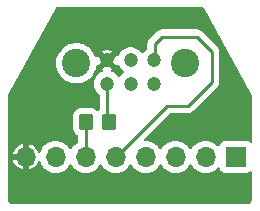
<source format=gbr>
%TF.GenerationSoftware,KiCad,Pcbnew,7.0.8*%
%TF.CreationDate,2023-10-20T13:28:23-04:00*%
%TF.ProjectId,flipper-zero-gbc-link-adapter,666c6970-7065-4722-9d7a-65726f2d6762,rev?*%
%TF.SameCoordinates,Original*%
%TF.FileFunction,Copper,L1,Top*%
%TF.FilePolarity,Positive*%
%FSLAX46Y46*%
G04 Gerber Fmt 4.6, Leading zero omitted, Abs format (unit mm)*
G04 Created by KiCad (PCBNEW 7.0.8) date 2023-10-20 13:28:23*
%MOMM*%
%LPD*%
G01*
G04 APERTURE LIST*
G04 Aperture macros list*
%AMRoundRect*
0 Rectangle with rounded corners*
0 $1 Rounding radius*
0 $2 $3 $4 $5 $6 $7 $8 $9 X,Y pos of 4 corners*
0 Add a 4 corners polygon primitive as box body*
4,1,4,$2,$3,$4,$5,$6,$7,$8,$9,$2,$3,0*
0 Add four circle primitives for the rounded corners*
1,1,$1+$1,$2,$3*
1,1,$1+$1,$4,$5*
1,1,$1+$1,$6,$7*
1,1,$1+$1,$8,$9*
0 Add four rect primitives between the rounded corners*
20,1,$1+$1,$2,$3,$4,$5,0*
20,1,$1+$1,$4,$5,$6,$7,0*
20,1,$1+$1,$6,$7,$8,$9,0*
20,1,$1+$1,$8,$9,$2,$3,0*%
G04 Aperture macros list end*
%TA.AperFunction,SMDPad,CuDef*%
%ADD10RoundRect,0.250000X-0.350000X-0.450000X0.350000X-0.450000X0.350000X0.450000X-0.350000X0.450000X0*%
%TD*%
%TA.AperFunction,ComponentPad*%
%ADD11C,1.200000*%
%TD*%
%TA.AperFunction,ComponentPad*%
%ADD12C,2.400000*%
%TD*%
%TA.AperFunction,ComponentPad*%
%ADD13R,1.700000X1.700000*%
%TD*%
%TA.AperFunction,ComponentPad*%
%ADD14O,1.700000X1.700000*%
%TD*%
%TA.AperFunction,Conductor*%
%ADD15C,0.250000*%
%TD*%
G04 APERTURE END LIST*
D10*
%TO.P,R1,1*%
%TO.N,/CLK*%
X98060000Y-106172000D03*
%TO.P,R1,2*%
%TO.N,Net-(J2-CLK_OUT)*%
X100060000Y-106172000D03*
%TD*%
D11*
%TO.P,J2,1,+5V*%
%TO.N,unconnected-(J2-+5V-Pad1)*%
X103854000Y-102924000D03*
%TO.P,J2,2,SER_OUT*%
%TO.N,SERIAL_OUT*%
X103854000Y-100924000D03*
%TO.P,J2,3,SER_IN*%
%TO.N,SERIAL_IN*%
X101854000Y-102924000D03*
%TO.P,J2,4,RSVE*%
%TO.N,unconnected-(J2-RSVE-Pad4)*%
X101854000Y-100924000D03*
%TO.P,J2,5,CLK_OUT*%
%TO.N,Net-(J2-CLK_OUT)*%
X99854000Y-102924000D03*
%TO.P,J2,6,GND*%
%TO.N,GND*%
X99854000Y-100924000D03*
D12*
%TO.P,J2,7*%
%TO.N,N/C*%
X97254000Y-101174000D03*
%TO.P,J2,8*%
X106454000Y-101174000D03*
%TD*%
D13*
%TO.P,J1,1,Pin_1*%
%TO.N,unconnected-(J1-Pin_1-Pad1)*%
X110744000Y-109093000D03*
D14*
%TO.P,J1,2,Pin_2*%
%TO.N,unconnected-(J1-Pin_2-Pad2)*%
X108204000Y-109093000D03*
%TO.P,J1,3,Pin_3*%
%TO.N,unconnected-(J1-Pin_3-Pad3)*%
X105664000Y-109093000D03*
%TO.P,J1,4,Pin_4*%
%TO.N,unconnected-(J1-Pin_4-Pad4)*%
X103124000Y-109093000D03*
%TO.P,J1,5,Pin_5*%
%TO.N,SERIAL_OUT*%
X100584000Y-109093000D03*
%TO.P,J1,6,Pin_6*%
%TO.N,/CLK*%
X98044000Y-109093000D03*
%TO.P,J1,7,Pin_7*%
%TO.N,SERIAL_IN*%
X95504000Y-109093000D03*
%TO.P,J1,8,Pin_8*%
%TO.N,GND*%
X92964000Y-109093000D03*
%TD*%
D15*
%TO.N,Net-(J2-CLK_OUT)*%
X100060000Y-106172000D02*
X99854000Y-105966000D01*
X99854000Y-105966000D02*
X99854000Y-102924000D01*
X100060000Y-106172000D02*
X100076000Y-106156000D01*
X100076000Y-102952000D02*
X100104000Y-102924000D01*
%TO.N,SERIAL_OUT*%
X103604000Y-100924000D02*
X103886000Y-100642000D01*
X108712000Y-102743000D02*
X106680000Y-104775000D01*
X104521000Y-98933000D02*
X107442000Y-98933000D01*
X103886000Y-100642000D02*
X103886000Y-99568000D01*
X103886000Y-99568000D02*
X104521000Y-98933000D01*
X107442000Y-98933000D02*
X108712000Y-100203000D01*
X108712000Y-100203000D02*
X108712000Y-102743000D01*
X106680000Y-104775000D02*
X104902000Y-104775000D01*
X104902000Y-104775000D02*
X100584000Y-109093000D01*
%TO.N,/CLK*%
X98044000Y-106188000D02*
X98060000Y-106172000D01*
X98044000Y-109093000D02*
X98044000Y-106188000D01*
%TD*%
%TA.AperFunction,Conductor*%
%TO.N,GND*%
G36*
X107861527Y-96385360D02*
G01*
X107865571Y-96385903D01*
X107868447Y-96386296D01*
X107891692Y-96390477D01*
X107919781Y-96395530D01*
X107946130Y-96403367D01*
X107956546Y-96407773D01*
X107963922Y-96411491D01*
X107995101Y-96429903D01*
X108000691Y-96433204D01*
X108001017Y-96433396D01*
X108007835Y-96438062D01*
X108016729Y-96445061D01*
X108036314Y-96464354D01*
X108067529Y-96502810D01*
X108079844Y-96521088D01*
X112069601Y-103757646D01*
X112069611Y-103757670D01*
X112076161Y-103769546D01*
X112078488Y-103774221D01*
X112082245Y-103782639D01*
X112116130Y-103867996D01*
X112118549Y-103875421D01*
X112125499Y-103902420D01*
X112126968Y-103910095D01*
X112138505Y-104001199D01*
X112139281Y-104010410D01*
X112139500Y-104015617D01*
X112139500Y-107778434D01*
X112119815Y-107845473D01*
X112067011Y-107891228D01*
X111997853Y-107901172D01*
X111941189Y-107877701D01*
X111836330Y-107799203D01*
X111836328Y-107799202D01*
X111701482Y-107748908D01*
X111701483Y-107748908D01*
X111641883Y-107742501D01*
X111641881Y-107742500D01*
X111641873Y-107742500D01*
X111641864Y-107742500D01*
X109846129Y-107742500D01*
X109846123Y-107742501D01*
X109786516Y-107748908D01*
X109651671Y-107799202D01*
X109651664Y-107799206D01*
X109536455Y-107885452D01*
X109536452Y-107885455D01*
X109450206Y-108000664D01*
X109450203Y-108000669D01*
X109401189Y-108132083D01*
X109359317Y-108188016D01*
X109293853Y-108212433D01*
X109225580Y-108197581D01*
X109197326Y-108176430D01*
X109075402Y-108054506D01*
X109075395Y-108054501D01*
X108881834Y-107918967D01*
X108881830Y-107918965D01*
X108822348Y-107891228D01*
X108667663Y-107819097D01*
X108667659Y-107819096D01*
X108667655Y-107819094D01*
X108439413Y-107757938D01*
X108439403Y-107757936D01*
X108204001Y-107737341D01*
X108203999Y-107737341D01*
X107968596Y-107757936D01*
X107968586Y-107757938D01*
X107740344Y-107819094D01*
X107740335Y-107819098D01*
X107526171Y-107918964D01*
X107526169Y-107918965D01*
X107332597Y-108054505D01*
X107165505Y-108221597D01*
X107035575Y-108407158D01*
X106980998Y-108450783D01*
X106911500Y-108457977D01*
X106849145Y-108426454D01*
X106832425Y-108407158D01*
X106702494Y-108221597D01*
X106535402Y-108054506D01*
X106535395Y-108054501D01*
X106341834Y-107918967D01*
X106341830Y-107918965D01*
X106282348Y-107891228D01*
X106127663Y-107819097D01*
X106127659Y-107819096D01*
X106127655Y-107819094D01*
X105899413Y-107757938D01*
X105899403Y-107757936D01*
X105664001Y-107737341D01*
X105663999Y-107737341D01*
X105428596Y-107757936D01*
X105428586Y-107757938D01*
X105200344Y-107819094D01*
X105200335Y-107819098D01*
X104986171Y-107918964D01*
X104986169Y-107918965D01*
X104792597Y-108054505D01*
X104625505Y-108221597D01*
X104495575Y-108407158D01*
X104440998Y-108450783D01*
X104371500Y-108457977D01*
X104309145Y-108426454D01*
X104292425Y-108407158D01*
X104162494Y-108221597D01*
X103995402Y-108054506D01*
X103995395Y-108054501D01*
X103801834Y-107918967D01*
X103801830Y-107918965D01*
X103742348Y-107891228D01*
X103587663Y-107819097D01*
X103587659Y-107819096D01*
X103587655Y-107819094D01*
X103359413Y-107757938D01*
X103359403Y-107757936D01*
X103124001Y-107737341D01*
X103123611Y-107737341D01*
X103123445Y-107737292D01*
X103118606Y-107736869D01*
X103118691Y-107735896D01*
X103056572Y-107717656D01*
X103010817Y-107664852D01*
X103000873Y-107595694D01*
X103029898Y-107532138D01*
X103035930Y-107525660D01*
X105124772Y-105436819D01*
X105186095Y-105403334D01*
X105212453Y-105400500D01*
X106597257Y-105400500D01*
X106612877Y-105402224D01*
X106612904Y-105401939D01*
X106620660Y-105402671D01*
X106620667Y-105402673D01*
X106689814Y-105400500D01*
X106719350Y-105400500D01*
X106726228Y-105399630D01*
X106732041Y-105399172D01*
X106778627Y-105397709D01*
X106797869Y-105392117D01*
X106816912Y-105388174D01*
X106836792Y-105385664D01*
X106880122Y-105368507D01*
X106885646Y-105366617D01*
X106889396Y-105365527D01*
X106930390Y-105353618D01*
X106947629Y-105343422D01*
X106965103Y-105334862D01*
X106983727Y-105327488D01*
X106983727Y-105327487D01*
X106983732Y-105327486D01*
X107021449Y-105300082D01*
X107026305Y-105296892D01*
X107066420Y-105273170D01*
X107080589Y-105258999D01*
X107095379Y-105246368D01*
X107111587Y-105234594D01*
X107141299Y-105198676D01*
X107145212Y-105194376D01*
X109095788Y-103243801D01*
X109108042Y-103233986D01*
X109107859Y-103233764D01*
X109113866Y-103228792D01*
X109113877Y-103228786D01*
X109144775Y-103195882D01*
X109161227Y-103178364D01*
X109171671Y-103167918D01*
X109182120Y-103157471D01*
X109186379Y-103151978D01*
X109190152Y-103147561D01*
X109222062Y-103113582D01*
X109231715Y-103096020D01*
X109242389Y-103079770D01*
X109254673Y-103063936D01*
X109273180Y-103021167D01*
X109275749Y-103015924D01*
X109298196Y-102975093D01*
X109298197Y-102975092D01*
X109303177Y-102955691D01*
X109309478Y-102937288D01*
X109317438Y-102918896D01*
X109324730Y-102872849D01*
X109325911Y-102867152D01*
X109337500Y-102822019D01*
X109337500Y-102801983D01*
X109339027Y-102782582D01*
X109342160Y-102762804D01*
X109337775Y-102716415D01*
X109337500Y-102710577D01*
X109337500Y-100285737D01*
X109339224Y-100270123D01*
X109338938Y-100270096D01*
X109339672Y-100262333D01*
X109337500Y-100193203D01*
X109337500Y-100163651D01*
X109337500Y-100163650D01*
X109336629Y-100156759D01*
X109336172Y-100150945D01*
X109334709Y-100104372D01*
X109329122Y-100085144D01*
X109325174Y-100066084D01*
X109322664Y-100046208D01*
X109305507Y-100002875D01*
X109303619Y-99997359D01*
X109290619Y-99952612D01*
X109280418Y-99935363D01*
X109271860Y-99917894D01*
X109264486Y-99899268D01*
X109264483Y-99899264D01*
X109264483Y-99899263D01*
X109237098Y-99861571D01*
X109233890Y-99856687D01*
X109210172Y-99816582D01*
X109210163Y-99816571D01*
X109196005Y-99802413D01*
X109183370Y-99787620D01*
X109171593Y-99771412D01*
X109135693Y-99741713D01*
X109131381Y-99737790D01*
X107942803Y-98549212D01*
X107932980Y-98536950D01*
X107932759Y-98537134D01*
X107927786Y-98531123D01*
X107909159Y-98513631D01*
X107877364Y-98483773D01*
X107866919Y-98473328D01*
X107856475Y-98462883D01*
X107850986Y-98458625D01*
X107846561Y-98454847D01*
X107812582Y-98422938D01*
X107812580Y-98422936D01*
X107812577Y-98422935D01*
X107795029Y-98413288D01*
X107778763Y-98402604D01*
X107762933Y-98390325D01*
X107720168Y-98371818D01*
X107714922Y-98369248D01*
X107674093Y-98346803D01*
X107674092Y-98346802D01*
X107654693Y-98341822D01*
X107636281Y-98335518D01*
X107617898Y-98327562D01*
X107617892Y-98327560D01*
X107571874Y-98320272D01*
X107566152Y-98319087D01*
X107521021Y-98307500D01*
X107521019Y-98307500D01*
X107500984Y-98307500D01*
X107481586Y-98305973D01*
X107474162Y-98304797D01*
X107461805Y-98302840D01*
X107461804Y-98302840D01*
X107415416Y-98307225D01*
X107409578Y-98307500D01*
X104603743Y-98307500D01*
X104588122Y-98305775D01*
X104588095Y-98306061D01*
X104580333Y-98305326D01*
X104511172Y-98307500D01*
X104481649Y-98307500D01*
X104474778Y-98308367D01*
X104468959Y-98308825D01*
X104422374Y-98310289D01*
X104422368Y-98310290D01*
X104403126Y-98315880D01*
X104384087Y-98319823D01*
X104364217Y-98322334D01*
X104364203Y-98322337D01*
X104320883Y-98339488D01*
X104315358Y-98341380D01*
X104270613Y-98354380D01*
X104270610Y-98354381D01*
X104253366Y-98364579D01*
X104235905Y-98373133D01*
X104217274Y-98380510D01*
X104217262Y-98380517D01*
X104179570Y-98407902D01*
X104174687Y-98411109D01*
X104134580Y-98434829D01*
X104120414Y-98448995D01*
X104105624Y-98461627D01*
X104089414Y-98473404D01*
X104089411Y-98473407D01*
X104059710Y-98509309D01*
X104055777Y-98513631D01*
X103502208Y-99067199D01*
X103489951Y-99077020D01*
X103490134Y-99077241D01*
X103484123Y-99082213D01*
X103436772Y-99132636D01*
X103415889Y-99153519D01*
X103415877Y-99153532D01*
X103411621Y-99159017D01*
X103407837Y-99163447D01*
X103375937Y-99197418D01*
X103375936Y-99197420D01*
X103366284Y-99214976D01*
X103355610Y-99231226D01*
X103343329Y-99247061D01*
X103343324Y-99247068D01*
X103324815Y-99289838D01*
X103322245Y-99295084D01*
X103299803Y-99335906D01*
X103294822Y-99355307D01*
X103288521Y-99373710D01*
X103280562Y-99392102D01*
X103280561Y-99392105D01*
X103273271Y-99438127D01*
X103272087Y-99443846D01*
X103260501Y-99488972D01*
X103260500Y-99488982D01*
X103260500Y-99509016D01*
X103258973Y-99528415D01*
X103255840Y-99548194D01*
X103255840Y-99548195D01*
X103260225Y-99594583D01*
X103260500Y-99600421D01*
X103260500Y-99928035D01*
X103240815Y-99995074D01*
X103201781Y-100033460D01*
X103187958Y-100042019D01*
X103037237Y-100179419D01*
X102952954Y-100291028D01*
X102896845Y-100332664D01*
X102827133Y-100337355D01*
X102765951Y-100303613D01*
X102755046Y-100291028D01*
X102717186Y-100240894D01*
X102670764Y-100179421D01*
X102642731Y-100153866D01*
X102520041Y-100042019D01*
X102520039Y-100042017D01*
X102346642Y-99934655D01*
X102346635Y-99934651D01*
X102201567Y-99878452D01*
X102156456Y-99860976D01*
X101955976Y-99823500D01*
X101752024Y-99823500D01*
X101551544Y-99860976D01*
X101551541Y-99860976D01*
X101551541Y-99860977D01*
X101361364Y-99934651D01*
X101361357Y-99934655D01*
X101187960Y-100042017D01*
X101187958Y-100042019D01*
X101037237Y-100179418D01*
X100914327Y-100342178D01*
X100827335Y-100516881D01*
X100779832Y-100568118D01*
X100712169Y-100585539D01*
X100645829Y-100563613D01*
X100608948Y-100523609D01*
X100608579Y-100522971D01*
X100251953Y-100879598D01*
X100239165Y-100798852D01*
X100181641Y-100685955D01*
X100092045Y-100596359D01*
X99979148Y-100538835D01*
X99898401Y-100526046D01*
X100256196Y-100168250D01*
X100119351Y-100107323D01*
X99943759Y-100070000D01*
X99764241Y-100070000D01*
X99588648Y-100107323D01*
X99451802Y-100168249D01*
X99451802Y-100168250D01*
X99809599Y-100526046D01*
X99728852Y-100538835D01*
X99615955Y-100596359D01*
X99526359Y-100685955D01*
X99468835Y-100798852D01*
X99456046Y-100879599D01*
X99099419Y-100522972D01*
X99066286Y-100580362D01*
X99064372Y-100579257D01*
X99025715Y-100624715D01*
X98958861Y-100645020D01*
X98891642Y-100625957D01*
X98845400Y-100573580D01*
X98842284Y-100566328D01*
X98790393Y-100434112D01*
X98662959Y-100213388D01*
X98504050Y-100014123D01*
X98317217Y-99840768D01*
X98106634Y-99697195D01*
X98106630Y-99697193D01*
X98106627Y-99697191D01*
X98106626Y-99697190D01*
X97877006Y-99586612D01*
X97877008Y-99586612D01*
X97633466Y-99511489D01*
X97633462Y-99511488D01*
X97633458Y-99511487D01*
X97512231Y-99493214D01*
X97381440Y-99473500D01*
X97381435Y-99473500D01*
X97126565Y-99473500D01*
X97126559Y-99473500D01*
X96969609Y-99497157D01*
X96874542Y-99511487D01*
X96874539Y-99511488D01*
X96874533Y-99511489D01*
X96630992Y-99586612D01*
X96401373Y-99697190D01*
X96401372Y-99697191D01*
X96190782Y-99840768D01*
X96003952Y-100014121D01*
X96003950Y-100014123D01*
X95845041Y-100213388D01*
X95717608Y-100434109D01*
X95624492Y-100671362D01*
X95624490Y-100671369D01*
X95567777Y-100919845D01*
X95548732Y-101173995D01*
X95548732Y-101174004D01*
X95567777Y-101428154D01*
X95622652Y-101668579D01*
X95624492Y-101676637D01*
X95717607Y-101913888D01*
X95845041Y-102134612D01*
X96003950Y-102333877D01*
X96190783Y-102507232D01*
X96401366Y-102650805D01*
X96401371Y-102650807D01*
X96401372Y-102650808D01*
X96401373Y-102650809D01*
X96523328Y-102709538D01*
X96630992Y-102761387D01*
X96630993Y-102761387D01*
X96630996Y-102761389D01*
X96874542Y-102836513D01*
X97126565Y-102874500D01*
X97381435Y-102874500D01*
X97633458Y-102836513D01*
X97877004Y-102761389D01*
X98106634Y-102650805D01*
X98317217Y-102507232D01*
X98504050Y-102333877D01*
X98662959Y-102134612D01*
X98790393Y-101913888D01*
X98883508Y-101676637D01*
X98940222Y-101428157D01*
X98940222Y-101428154D01*
X98940223Y-101428151D01*
X98940423Y-101426829D01*
X98940624Y-101426395D01*
X98941255Y-101423633D01*
X98941846Y-101423767D01*
X98969877Y-101363471D01*
X99028910Y-101326096D01*
X99079224Y-101322368D01*
X99099419Y-101325026D01*
X99456046Y-100968400D01*
X99468835Y-101049148D01*
X99526359Y-101162045D01*
X99615955Y-101251641D01*
X99728852Y-101309165D01*
X99809599Y-101321953D01*
X99451803Y-101679748D01*
X99452536Y-101683704D01*
X99496807Y-101721333D01*
X99517129Y-101788182D01*
X99498084Y-101855406D01*
X99445718Y-101901662D01*
X99437930Y-101904989D01*
X99361370Y-101934648D01*
X99361357Y-101934655D01*
X99187960Y-102042017D01*
X99187958Y-102042019D01*
X99037237Y-102179418D01*
X98914327Y-102342178D01*
X98823422Y-102524739D01*
X98823417Y-102524752D01*
X98767602Y-102720917D01*
X98748785Y-102923999D01*
X98748785Y-102924000D01*
X98767602Y-103127082D01*
X98823417Y-103323247D01*
X98823422Y-103323260D01*
X98914327Y-103505821D01*
X99037237Y-103668581D01*
X99188038Y-103806053D01*
X99224320Y-103865764D01*
X99228500Y-103897690D01*
X99228500Y-105090770D01*
X99208815Y-105157809D01*
X99192181Y-105178451D01*
X99147681Y-105222951D01*
X99086358Y-105256436D01*
X99016666Y-105251452D01*
X98972319Y-105222951D01*
X98878657Y-105129289D01*
X98878656Y-105129288D01*
X98729334Y-105037186D01*
X98562797Y-104982001D01*
X98562795Y-104982000D01*
X98460010Y-104971500D01*
X97659998Y-104971500D01*
X97659980Y-104971501D01*
X97557203Y-104982000D01*
X97557200Y-104982001D01*
X97390668Y-105037185D01*
X97390663Y-105037187D01*
X97241342Y-105129289D01*
X97117289Y-105253342D01*
X97025187Y-105402663D01*
X97025185Y-105402668D01*
X97013869Y-105436819D01*
X96970001Y-105569203D01*
X96970001Y-105569204D01*
X96970000Y-105569204D01*
X96959500Y-105671983D01*
X96959500Y-106672001D01*
X96959501Y-106672019D01*
X96970000Y-106774796D01*
X96970001Y-106774799D01*
X97025185Y-106941331D01*
X97025187Y-106941336D01*
X97117289Y-107090657D01*
X97241344Y-107214712D01*
X97359596Y-107287650D01*
X97406321Y-107339598D01*
X97418500Y-107393189D01*
X97418500Y-107817773D01*
X97398815Y-107884812D01*
X97365623Y-107919348D01*
X97172597Y-108054505D01*
X97005505Y-108221597D01*
X96875575Y-108407158D01*
X96820998Y-108450783D01*
X96751500Y-108457977D01*
X96689145Y-108426454D01*
X96672425Y-108407158D01*
X96542494Y-108221597D01*
X96375402Y-108054506D01*
X96375395Y-108054501D01*
X96181834Y-107918967D01*
X96181830Y-107918965D01*
X96122348Y-107891228D01*
X95967663Y-107819097D01*
X95967659Y-107819096D01*
X95967655Y-107819094D01*
X95739413Y-107757938D01*
X95739403Y-107757936D01*
X95504001Y-107737341D01*
X95503999Y-107737341D01*
X95268596Y-107757936D01*
X95268586Y-107757938D01*
X95040344Y-107819094D01*
X95040335Y-107819098D01*
X94826171Y-107918964D01*
X94826169Y-107918965D01*
X94632597Y-108054505D01*
X94465505Y-108221597D01*
X94329965Y-108415169D01*
X94329964Y-108415171D01*
X94230098Y-108629335D01*
X94230095Y-108629342D01*
X94222623Y-108657229D01*
X94186257Y-108716890D01*
X94123410Y-108747418D01*
X94054035Y-108739123D01*
X94000157Y-108694637D01*
X93991848Y-108680407D01*
X93906660Y-108509328D01*
X93783359Y-108346050D01*
X93632163Y-108208217D01*
X93632157Y-108208213D01*
X93458206Y-108100507D01*
X93458200Y-108100504D01*
X93267417Y-108026595D01*
X93267407Y-108026592D01*
X93214001Y-108016608D01*
X93214000Y-108016609D01*
X93214000Y-108657498D01*
X93106315Y-108608320D01*
X92999763Y-108593000D01*
X92928237Y-108593000D01*
X92821685Y-108608320D01*
X92714000Y-108657498D01*
X92714000Y-108016609D01*
X92713998Y-108016608D01*
X92660592Y-108026592D01*
X92660582Y-108026595D01*
X92469799Y-108100504D01*
X92469793Y-108100507D01*
X92295842Y-108208213D01*
X92295836Y-108208217D01*
X92144640Y-108346050D01*
X92021339Y-108509328D01*
X91930140Y-108692477D01*
X91887312Y-108842999D01*
X91887313Y-108843000D01*
X92530314Y-108843000D01*
X92504507Y-108883156D01*
X92464000Y-109021111D01*
X92464000Y-109164889D01*
X92504507Y-109302844D01*
X92530314Y-109343000D01*
X91887313Y-109343000D01*
X91930140Y-109493522D01*
X92021339Y-109676671D01*
X92144640Y-109839949D01*
X92295836Y-109977782D01*
X92295842Y-109977786D01*
X92469793Y-110085492D01*
X92469808Y-110085499D01*
X92660573Y-110159402D01*
X92714000Y-110169389D01*
X92714000Y-109528501D01*
X92821685Y-109577680D01*
X92928237Y-109593000D01*
X92999763Y-109593000D01*
X93106315Y-109577680D01*
X93214000Y-109528501D01*
X93214000Y-110169389D01*
X93267426Y-110159402D01*
X93458191Y-110085499D01*
X93458206Y-110085492D01*
X93632157Y-109977786D01*
X93632163Y-109977782D01*
X93783359Y-109839949D01*
X93906662Y-109676669D01*
X93991848Y-109505593D01*
X94039351Y-109454355D01*
X94107014Y-109436934D01*
X94173354Y-109458859D01*
X94217309Y-109513171D01*
X94222623Y-109528770D01*
X94230095Y-109556658D01*
X94230096Y-109556660D01*
X94230097Y-109556663D01*
X94286057Y-109676669D01*
X94329965Y-109770830D01*
X94329967Y-109770834D01*
X94438281Y-109925521D01*
X94465505Y-109964401D01*
X94632599Y-110131495D01*
X94729384Y-110199265D01*
X94826165Y-110267032D01*
X94826167Y-110267033D01*
X94826170Y-110267035D01*
X95040337Y-110366903D01*
X95268592Y-110428063D01*
X95445034Y-110443500D01*
X95503999Y-110448659D01*
X95504000Y-110448659D01*
X95504001Y-110448659D01*
X95562966Y-110443500D01*
X95739408Y-110428063D01*
X95967663Y-110366903D01*
X96181830Y-110267035D01*
X96375401Y-110131495D01*
X96542495Y-109964401D01*
X96672425Y-109778842D01*
X96727002Y-109735217D01*
X96796500Y-109728023D01*
X96858855Y-109759546D01*
X96875575Y-109778842D01*
X97005500Y-109964395D01*
X97005505Y-109964401D01*
X97172599Y-110131495D01*
X97269384Y-110199265D01*
X97366165Y-110267032D01*
X97366167Y-110267033D01*
X97366170Y-110267035D01*
X97580337Y-110366903D01*
X97808592Y-110428063D01*
X97985034Y-110443500D01*
X98043999Y-110448659D01*
X98044000Y-110448659D01*
X98044001Y-110448659D01*
X98102966Y-110443500D01*
X98279408Y-110428063D01*
X98507663Y-110366903D01*
X98721830Y-110267035D01*
X98915401Y-110131495D01*
X99082495Y-109964401D01*
X99212425Y-109778842D01*
X99267002Y-109735217D01*
X99336500Y-109728023D01*
X99398855Y-109759546D01*
X99415575Y-109778842D01*
X99545500Y-109964395D01*
X99545505Y-109964401D01*
X99712599Y-110131495D01*
X99809384Y-110199265D01*
X99906165Y-110267032D01*
X99906167Y-110267033D01*
X99906170Y-110267035D01*
X100120337Y-110366903D01*
X100348592Y-110428063D01*
X100525034Y-110443500D01*
X100583999Y-110448659D01*
X100584000Y-110448659D01*
X100584001Y-110448659D01*
X100642966Y-110443500D01*
X100819408Y-110428063D01*
X101047663Y-110366903D01*
X101261830Y-110267035D01*
X101455401Y-110131495D01*
X101622495Y-109964401D01*
X101752425Y-109778842D01*
X101807002Y-109735217D01*
X101876500Y-109728023D01*
X101938855Y-109759546D01*
X101955575Y-109778842D01*
X102085500Y-109964395D01*
X102085505Y-109964401D01*
X102252599Y-110131495D01*
X102349384Y-110199265D01*
X102446165Y-110267032D01*
X102446167Y-110267033D01*
X102446170Y-110267035D01*
X102660337Y-110366903D01*
X102888592Y-110428063D01*
X103065034Y-110443500D01*
X103123999Y-110448659D01*
X103124000Y-110448659D01*
X103124001Y-110448659D01*
X103182966Y-110443500D01*
X103359408Y-110428063D01*
X103587663Y-110366903D01*
X103801830Y-110267035D01*
X103995401Y-110131495D01*
X104162495Y-109964401D01*
X104292425Y-109778842D01*
X104347002Y-109735217D01*
X104416500Y-109728023D01*
X104478855Y-109759546D01*
X104495575Y-109778842D01*
X104625500Y-109964395D01*
X104625505Y-109964401D01*
X104792599Y-110131495D01*
X104889384Y-110199265D01*
X104986165Y-110267032D01*
X104986167Y-110267033D01*
X104986170Y-110267035D01*
X105200337Y-110366903D01*
X105428592Y-110428063D01*
X105605034Y-110443500D01*
X105663999Y-110448659D01*
X105664000Y-110448659D01*
X105664001Y-110448659D01*
X105722966Y-110443500D01*
X105899408Y-110428063D01*
X106127663Y-110366903D01*
X106341830Y-110267035D01*
X106535401Y-110131495D01*
X106702495Y-109964401D01*
X106832425Y-109778842D01*
X106887002Y-109735217D01*
X106956500Y-109728023D01*
X107018855Y-109759546D01*
X107035575Y-109778842D01*
X107165500Y-109964395D01*
X107165505Y-109964401D01*
X107332599Y-110131495D01*
X107429384Y-110199265D01*
X107526165Y-110267032D01*
X107526167Y-110267033D01*
X107526170Y-110267035D01*
X107740337Y-110366903D01*
X107968592Y-110428063D01*
X108145034Y-110443500D01*
X108203999Y-110448659D01*
X108204000Y-110448659D01*
X108204001Y-110448659D01*
X108262966Y-110443500D01*
X108439408Y-110428063D01*
X108667663Y-110366903D01*
X108881830Y-110267035D01*
X109075401Y-110131495D01*
X109197329Y-110009566D01*
X109258648Y-109976084D01*
X109328340Y-109981068D01*
X109384274Y-110022939D01*
X109401189Y-110053917D01*
X109450202Y-110185328D01*
X109450206Y-110185335D01*
X109536452Y-110300544D01*
X109536455Y-110300547D01*
X109651664Y-110386793D01*
X109651671Y-110386797D01*
X109786517Y-110437091D01*
X109786516Y-110437091D01*
X109793444Y-110437835D01*
X109846127Y-110443500D01*
X111641872Y-110443499D01*
X111701483Y-110437091D01*
X111836331Y-110386796D01*
X111941190Y-110308298D01*
X112006652Y-110283881D01*
X112074925Y-110298732D01*
X112124331Y-110348137D01*
X112139500Y-110407565D01*
X112139500Y-112630804D01*
X112139109Y-112637763D01*
X112136526Y-112660646D01*
X112126048Y-112740127D01*
X112120150Y-112764886D01*
X112108211Y-112798995D01*
X112106970Y-112802246D01*
X112084502Y-112856472D01*
X112074936Y-112874985D01*
X112053070Y-112909779D01*
X112049760Y-112914537D01*
X112012975Y-112962474D01*
X112007623Y-112968576D01*
X111974277Y-113001923D01*
X111968174Y-113007275D01*
X111920243Y-113044056D01*
X111915484Y-113047367D01*
X111880677Y-113069239D01*
X111862166Y-113078804D01*
X111807956Y-113101266D01*
X111804706Y-113102506D01*
X111770592Y-113114448D01*
X111745830Y-113120347D01*
X111666295Y-113130832D01*
X111643474Y-113133408D01*
X111636515Y-113133799D01*
X91943492Y-113133799D01*
X91936536Y-113133408D01*
X91930151Y-113132687D01*
X91913640Y-113130824D01*
X91834174Y-113120348D01*
X91809412Y-113114449D01*
X91775260Y-113102494D01*
X91772033Y-113101262D01*
X91717837Y-113078807D01*
X91699323Y-113069240D01*
X91664503Y-113047358D01*
X91659746Y-113044049D01*
X91611833Y-113007282D01*
X91605732Y-113001931D01*
X91599620Y-112995820D01*
X91572359Y-112968559D01*
X91567021Y-112962472D01*
X91530236Y-112914536D01*
X91526949Y-112909811D01*
X91505057Y-112874974D01*
X91495493Y-112856465D01*
X91473020Y-112802225D01*
X91471818Y-112799077D01*
X91459845Y-112764873D01*
X91453952Y-112740138D01*
X91443479Y-112660691D01*
X91443474Y-112660646D01*
X91440890Y-112637751D01*
X91440500Y-112630801D01*
X91440500Y-104015597D01*
X91440718Y-104010405D01*
X91441486Y-104001258D01*
X91453060Y-103909899D01*
X91454516Y-103902287D01*
X91461385Y-103875592D01*
X91463795Y-103868192D01*
X91497964Y-103782106D01*
X91501383Y-103774447D01*
X91503693Y-103769808D01*
X91522753Y-103735248D01*
X91522801Y-103735148D01*
X95502252Y-96517282D01*
X95506725Y-96510360D01*
X95509550Y-96506543D01*
X95511010Y-96504598D01*
X95543543Y-96464478D01*
X95563151Y-96445154D01*
X95572422Y-96437859D01*
X95579206Y-96433218D01*
X95615786Y-96411621D01*
X95623145Y-96407913D01*
X95634040Y-96403307D01*
X95660396Y-96395476D01*
X95695919Y-96389098D01*
X95710812Y-96386425D01*
X95718831Y-96385350D01*
X95727075Y-96384800D01*
X107853266Y-96384800D01*
X107861527Y-96385360D01*
G37*
%TD.AperFunction*%
%TA.AperFunction,Conductor*%
G36*
X100608579Y-101325026D02*
G01*
X100608948Y-101324388D01*
X100659515Y-101276173D01*
X100728123Y-101262951D01*
X100792987Y-101288919D01*
X100827335Y-101331118D01*
X100914325Y-101505819D01*
X101037237Y-101668581D01*
X101166898Y-101786782D01*
X101187959Y-101805981D01*
X101208294Y-101818572D01*
X101208296Y-101818573D01*
X101254931Y-101870601D01*
X101266035Y-101939583D01*
X101238082Y-102003617D01*
X101208296Y-102029427D01*
X101187957Y-102042020D01*
X101037237Y-102179419D01*
X100952954Y-102291028D01*
X100896845Y-102332664D01*
X100827133Y-102337355D01*
X100765951Y-102303613D01*
X100755046Y-102291028D01*
X100717186Y-102240894D01*
X100670764Y-102179421D01*
X100570883Y-102088368D01*
X100520041Y-102042019D01*
X100520039Y-102042017D01*
X100346642Y-101934655D01*
X100346641Y-101934654D01*
X100346637Y-101934652D01*
X100346632Y-101934650D01*
X100346626Y-101934647D01*
X100270070Y-101904989D01*
X100214668Y-101862417D01*
X100191078Y-101796650D01*
X100206789Y-101728569D01*
X100256050Y-101680534D01*
X100256195Y-101679748D01*
X99898401Y-101321953D01*
X99979148Y-101309165D01*
X100092045Y-101251641D01*
X100181641Y-101162045D01*
X100239165Y-101049148D01*
X100251953Y-100968400D01*
X100608579Y-101325026D01*
G37*
%TD.AperFunction*%
%TD*%
M02*

</source>
